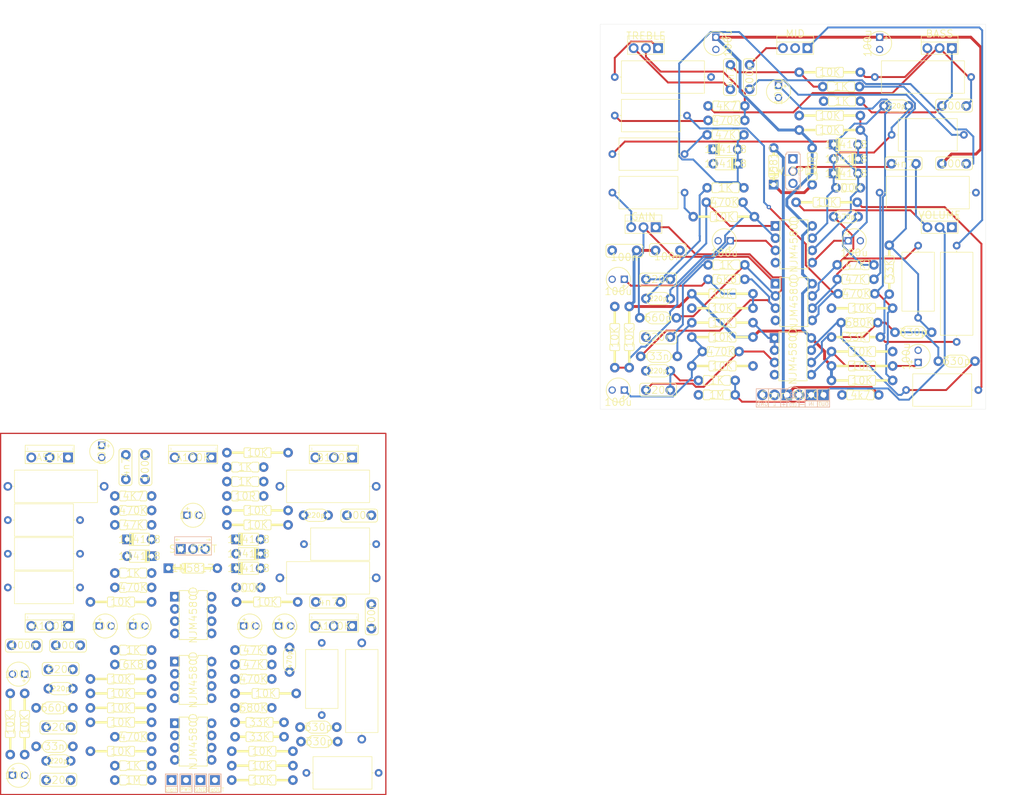
<source format=kicad_pcb>
(kicad_pcb (version 20241229) (generator "pcbnew") (generator_version "9.0")
  (layers (0 "F.Cu" signal "Front") (4 "In1.Cu" signal) (6 "In2.Cu" signal) (2 "B.Cu" signal "Back") (13 "F.Paste" user) (15 "B.Paste" user) (5 "F.SilkS" user "F.Silkscreen") (7 "B.SilkS" user "B.Silkscreen") (1 "F.Mask" user) (3 "B.Mask" user) (25 "Edge.Cuts" user))
  (net 0 "")
  (net 1 "GND")
  (net 2 "Net-(IC2-B-INPUT)")
  (net 3 "Net-(IC1-V+)")
  (net 4 "Net-(D4-K)")
  (net 5 "Net-(C9-Pad2)")
  (net 6 "Net-(D3-K)")
  (net 7 "Net-(C8-Pad1)")
  (net 8 "Net-(IC3-A-INPUT)")
  (net 9 "Net-(IC3-A_OUTPUT)")
  (net 10 "Net-(IC2-A-INPUT)")
  (net 11 "Net-(C6-Pad2)")
  (net 12 "Net-(C6-Pad1)")
  (net 13 "Net-(IC2-A_OUTPUT)")
  (net 14 "Net-(IC2-A+INPUT)")
  (net 15 "Net-(C4-Pad1)")
  (net 16 "Net-(C3-Pad2)")
  (net 17 "Net-(IC1-A+INPUT)")
  (net 18 "VREF_D")
  (net 19 "VREF_E")
  (net 20 "VREF_C")
  (net 21 "VREF_B")
  (net 22 "VREF_A")
  (net 23 "Net-(C25-Pad1)")
  (net 24 "Net-(D1-A)")
  (net 25 "Net-(D100-A)")
  (net 26 "Net-(D100-K)")
  (net 27 "VREF_F")
  (net 28 "Net-(D3-A)")
  (net 29 "Net-(J101-Pin_1)")
  (net 30 "Net-(J101-Pin_2)")
  (net 31 "Net-(R14-Pad2)")
  (net 32 "Net-(IC1-A-INPUT)")
  (net 33 "Net-(IC2-B_OUTPUT)")
  (net 34 "Net-(C17-Pad2)")
  (net 35 "Net-(IC2-B+INPUT)")
  (net 36 "Net-(C16-Pad1)")
  (net 37 "Net-(C15-Pad1)")
  (net 38 "Net-(C12-Pad1)")
  (net 39 "Net-(C12-Pad2)")
  (net 40 "Net-(C11-Pad2)")
  (net 41 "Net-(IC1-B-INPUT)")
  (net 42 "Net-(C20-Pad2)")
  (net 43 "Net-(C19-Pad1)")
  (net 44 "Net-(SW1-B)")
  (net 45 "Net-(C22-Pad1)")
  (net 46 "Net-(C24-Pad1)")
  (net 47 "Net-(IC1-B_OUTPUT)")
  (net 48 "Net-(C22-Pad2)")
  (net 49 "Net-(Bass101-Pad1)")
  (net 50 "Net-(Bass101-Pad2)")
  (net 51 "Net-(Bass101-Pad3)")
  (net 52 "Net-(C1-Pad1)")
  (net 54 "Net-(D6-A)")
  (net 55 "Net-(SigIN1-Pin_1)")
  (net 56 "Net-(SigOUT1-Pin_1)")
  (footprint "_MB_diodes:DO41-2" (layer "F.Cu") (at 105.46 134 180)
    (property "Reference" "D5" (hide yes))
    (property "Value" "1N4148")
  )
  (footprint "_MB_resistors:0.5%22" (layer "F.Cu") (at 204.19 64 180)
    (property "Reference" "R7" (hide yes))
    (property "Value" "10K")
  )
  (footprint "_MB_supply_pins:PAD3" (layer "F.Cu") (at 98.5 181)
    (property "Reference" "SigOUT1" (hide yes))
    (property "Value" "SigOUT")
  )
  (footprint "_MB_resistors:0.3%22.B" (layer "F.Cu") (at 81.54 154)
    (property "Reference" "R5" (hide yes))
    (property "Value" "1K")
  )
  (footprint "_MB_caps-film:5mm_1n-300n" (layer "F.Cu") (at 84 116 90)
    (property "Reference" "C20" (hide yes))
    (property "Value" "100n")
  )
  (footprint "_MB_resistors:0.5%22" (layer "F.Cu") (at 203.89 89)
    (property "Reference" "R102" (hide yes))
    (property "Value" "10K")
  )
  (footprint "_MB_resistors:0.3%22.B" (layer "F.Cu") (at 106.5 154)
    (property "Reference" "R19" (hide yes))
    (property "Value" "47K")
  )
  (footprint "Capacitor_THT:C_Axial_L12.0mm_D6.5mm_P15.00mm_Horizontal" (layer "F.Cu") (at 55.5 134)
    (property "Reference" "C9" (hide yes))
    (property "Value" "1u")
  )
  (footprint "_MB_caps-elec:0503" (layer "F.Cu") (at 82.73 149)
    (property "Reference" "C108" (hide yes))
    (property "Value" "100u")
  )
  (footprint "_MB_caps-elec:0503" (layer "F.Cu") (at 75 112.73 -90)
    (property "Reference" "C107" (hide yes))
    (property "Value" "100u")
  )
  (footprint "_MB_potentiometers:16MM_PADS.1" (layer "F.Cu") (at 249 66.19)
    (property "Reference" "VOLUME" (hide yes))
    (property "Value" "VOLUME")
  )
  (footprint "_MB_caps-film:7.62mm" (layer "F.Cu") (at 120.19 173 180)
    (property "Reference" "C23" (hide yes))
    (property "Value" "330p")
  )
  (footprint "_MB_caps-film:7.62mm" (layer "F.Cu") (at 243.54 88 180)
    (property "Reference" "C21" (hide yes))
    (property "Value" "330p")
  )
  (footprint "Capacitor_THT:C_Axial_L12.0mm_D6.5mm_P15.00mm_Horizontal" (layer "F.Cu") (at 70.5 141 180)
    (property "Reference" "C6" (hide yes))
    (property "Value" "1u")
  )
  (footprint "_MB_resistors:0.3%22.B" (layer "F.Cu") (at 231.73 80 180)
    (property "Reference" "R17" (hide yes))
    (property "Value" "470K")
  )
  (footprint "_MB_resistors:0.5%22" (layer "F.Cu") (at 226.19 43)
    (property "Reference" "R109" (hide yes))
    (property "Value" "10K")
  )
  (footprint "_MB_supply_pins:PAD3" (layer "F.Cu") (at 92.5 181)
    (property "Reference" "PWR+1" (hide yes))
    (property "Value" "PWR")
  )
  (footprint "Capacitor_THT:C_Axial_L17.0mm_D6.5mm_P20.00mm_Horizontal" (layer "F.Cu") (at 235.54 35)
    (property "Reference" "C13" (hide yes))
    (property "Value" "47n")
  )
  (footprint "_MB_resistors:0.3%22.B" (layer "F.Cu") (at 228.54 37 180)
    (property "Reference" "R12" (hide yes))
    (property "Value" "1K")
  )
  (footprint "Capacitor_THT:C_Axial_L17.0mm_D6.5mm_P20.00mm_Horizontal" (layer "F.Cu") (at 112 139)
    (property "Reference" "C17" (hide yes))
    (property "Value" "47n")
  )
  (footprint "_MB_resistors:0.4%22" (layer "F.Cu") (at 107.77 169 180)
    (property "Reference" "R21" (hide yes))
    (property "Value" "33K")
  )
  (footprint "_MB_caps-film:5mm_1n-300n" (layer "F.Cu") (at 122 144 180)
    (property "Reference" "C25" (hide yes))
    (property "Value" "4n7")
  )
  (footprint "_MB_integrated_circuits:DIP08" (layer "F.Cu") (at 94 160.19 -90)
    (property "Reference" "IC2" (hide yes))
    (property "Value" "NJM4580D")
  )
  (footprint "_MB_resistors:0.3%22.B" (layer "F.Cu") (at 81.54 157)
    (property "Reference" "R6" (hide yes))
    (property "Value" "6K8")
  )
  (footprint "_MB_caps-film:5mm_1n-300n" (layer "F.Cu") (at 66 170)
    (property "Reference" "C3" (hide yes))
    (property "Value" "220n")
  )
  (footprint "_MB_caps-film:7.62mm" (layer "F.Cu") (at 252.54 94)
    (property "Reference" "C23" (hide yes))
    (property "Value" "330p")
  )
  (footprint "_MB_resistors:0.3%22.B" (layer "F.Cu") (at 81.54 122)
    (property "Reference" "R14" (hide yes))
    (property "Value" "4K7")
  )
  (footprint "_MB_diodes:DO41-2" (layer "F.Cu") (at 105.46 137)
    (property "Reference" "D4" (hide yes))
    (property "Value" "1N4148")
  )
  (footprint "_MB_diodes:DO41-2" (layer "F.Cu") (at 82.81 134.5 180)
    (property "Reference" "D2" (hide yes))
    (property "Value" "1N4148")
  )
  (footprint "_MB_resistors:0.3%22.B" (layer "F.Cu") (at 106.5 157)
    (property "Reference" "R18" (hide yes))
    (property "Value" "47K")
  )
  (footprint "_MB_resistors:0.3%22.B" (layer "F.Cu") (at 204.73 74)
    (property "Reference" "R5" (hide yes))
    (property "Value" "1K")
  )
  (footprint "_MB_diodes:DO41-2" (layer "F.Cu") (at 229.54 55)
    (property "Reference" "D4" (hide yes))
    (property "Value" "1N4148")
  )
  (footprint "Capacitor_THT:C_Axial_L12.0mm_D6.5mm_P15.00mm_Horizontal" (layer "F.Cu") (at 117.5 179.5)
    (property "Reference" "C24" (hide yes))
    (property "Value" "1u")
  )
  (footprint "_MB_resistors:0.3%22.B" (layer "F.Cu") (at 106.5 166 180)
    (property "Reference" "R22" (hide yes))
    (property "Value" "680K")
  )
  (footprint "Capacitor_THT:C_Axial_L12.0mm_D6.5mm_P15.00mm_Horizontal" (layer "F.Cu") (at 257.04 100 180)
    (property "Reference" "C24" (hide yes))
    (property "Value" "1u")
  )
  (footprint "_MB_diodes:DO41-2" (layer "F.Cu") (at 105.46 131)
    (property "Reference" "D3" (hide yes))
    (property "Value" "1N4148")
  )
  (footprint "_MB_resistors:0.5%22" (layer "F.Cu") (at 56 169.35 -90)
    (property "Reference" "R107" (hide yes))
    (property "Value" "10K")
  )
  (footprint "_MB_caps-elec:0503" (layer "F.Cu") (at 202.54 28 -90)
    (property "Reference" "C100" (hide yes))
    (property "Value" "100u")
  )
  (footprint "_MB_potentiometers:16MM_PADS.2" (layer "F.Cu") (at 64.19 149)
    (property "Reference" "Gain101" (hide yes))
    (property "Value" "A100K")
  )
  (footprint "_MB_integrated_circuits:DIP08" (layer "F.Cu") (at 218.73 69.73 -90)
    (property "Reference" "IC3" (hide yes))
    (property "Value" "NJM4580D")
  )
  (footprint "_MB_resistors:0.3%22.B" (layer "F.Cu") (at 81.54 178)
    (property "Reference" "R2" (hide yes))
    (property "Value" "1K")
  )
  (footprint "_MB_integrated_circuits:DIP08" (layer "F.Cu") (at 218.54 93 -90)
    (property "Reference" "IC1" (hide yes))
    (property "Value" "NJM4580D")
  )
  (footprint "_MB_resistors:0.5%22" (layer "F.Cu") (at 232.89 95 180)
    (property "Reference" "R112" (hide yes))
    (property "Value" "10K")
  )
  (footprint "Capacitor_THT:C_Axial_L12.0mm_D6.5mm_P15.00mm_Horizontal" (layer "F.Cu") (at 181.54 43)
    (property "Reference" "C16" (hide yes))
    (property "Value" "1u")
  )
  (footprint "_MB_resistors:0.5%22" (layer "F.Cu") (at 59 169.35 -90)
    (property "Reference" "R106" (hide yes))
    (property "Value" "10K")
  )
  (footprint "_MB_resistors:0.3%22.B" (layer "F.Cu") (at 106.5 160)
    (property "Reference" "R17" (hide yes))
    (property "Value" "470K")
  )
  (footprint "_MB_diodes:DO35-3" (layer "F.Cu") (at 214.54 53.54 90)
    (property "Reference" "D100" (hide yes))
    (property "Value" "1N5817")
  )
  (footprint "_MB_caps-film:5mm_1n-300n" (layer "F.Cu") (at 209.54 35 90)
    (property "Reference" "C20" (hide yes))
    (property "Value" "100n")
  )
  (footprint "_MB_caps-film:5mm_1n-300n" (layer "F.Cu") (at 68 153)
    (property "Reference" "C102" (hide yes))
    (property "Value" "100n")
  )
  (footprint "_MB_resistors:0.3%22.B" (layer "F.Cu") (at 81.54 181)
    (property "Reference" "R1" (hide yes))
    (property "Value" "1M")
  )
  (footprint "_MB_resistors:0.5%22" (layer "F.Cu") (at 79 166 180)
    (property "Reference" "R4" (hide yes))
    (property "Value" "10K")
  )
  (footprint "_MB_resistors:0.3%22.B" (layer "F.Cu") (at 81.54 138 180)
    (property "Reference" "R9" (hide yes))
    (property "Value" "1K")
  )
  (footprint "Capacitor_THT:C_Axial_L17.0mm_D6.5mm_P20.00mm_Horizontal" (layer "F.Cu") (at 256.54 59 180)
    (property "Reference" "C17" (hide yes))
    (property "Value" "47n")
  )
  (footprint "_MB_resistors:0.5%22" (layer "F.Cu") (at 184.54 89 90)
    (property "Reference" "R106" (hide yes))
    (property "Value" "10K")
  )
  (footprint "_MB_diodes:DO35-4" (layer "F.Cu") (at 93.92 137)
    (property "Reference" "D100" (hide yes))
    (property "Value" "1N5817")
  )
  (footprint "Capacitor_THT:C_Axial_L12.0mm_D6.5mm_P15.00mm_Horizontal" (layer "F.Cu") (at 55.5 127)
    (property "Reference" "C16" (hide yes))
    (property "Value" "1u")
  )
  (footprint "_MB_resistors:0.3%22.B" (layer "F.Cu") (at 104.81 119 180)
    (property "Reference" "R16" (hide yes))
    (property "Value" "1K")
  )
  (footprint "_MB_potentiometers:16MM_PADS.1" (layer "F.Cu") (at 187.5 66.19)
    (property "Reference" "GAIN" (hide yes))
    (property "Value" "GAIN")
  )
  (footprint "_MB_caps-film:7.62mm" (layer "F.Cu") (at 65.19 174 180)
    (property "Reference" "C4" (hide yes))
    (property "Value" "33n")
  )
  (footprint "_MB_caps-film:5mm_10p-180n" (layer "F.Cu") (at 240 41)
    (property "Reference" "C10" (hide yes))
    (property "Value" "220p")
  )
  (footprint "_MB_resistors:0.5%22" (layer "F.Cu") (at 109.04 163 180)
    (property "Reference" "R111" (hide yes))
    (property "Value" "10K")
  )
  (footprint "_MB_resistors:0.3%22.B" (layer "F.Cu") (at 81.54 128)
    (property "Reference" "R10" (hide yes))
    (property "Value" "47K")
  )
  (footprint "_MB_caps-film:5mm_1n-300n" (layer "F.Cu") (at 183.54 71)
    (property "Reference" "C103" (hide yes))
    (property "Value" "100n")
  )
  (footprint "_MB_resistors:0.3%22.B" (layer "F.Cu") (at 104.81 116 180)
    (property "Reference" "R12" (hide yes))
    (property "Value" "1K")
  )
  (footprint "_MB_resistors:0.3%22.B" (layer "F.Cu") (at 202.73 101)
    (property "Reference" "R1" (hide yes))
    (property "Value" "1M")
  )
  (footprint "Capacitor_THT:C_Axial_L17.0mm_D6.5mm_P20.00mm_Horizontal" (layer "F.Cu") (at 55.5 120)
    (property "Reference" "C15" (hide yes))
    (property "Value" "47n")
  )
  (footprint "_MB_diodes:DO41-2" (layer "F.Cu") (at 204.54 50)
    (property "Reference" "D1" (hide yes))
    (property "Value" "1N4148")
  )
  (footprint "Capacitor_THT:C_Axial_L17.0mm_D6.5mm_P20.00mm_Horizontal" (layer "F.Cu") (at 252.54 90 90)
    (property "Reference" "C22" (hide yes))
    (property "Value" "47n")
  )
  (footprint "Capacitor_THT:C_Axial_L12.0mm_D6.5mm_P15.00mm_Horizontal" (layer "F.Cu") (at 120.69 167.5 90)
    (property "Reference" "C19" (hide yes))
    (property "Value" "1u")
  )
  (footprint "_MB_resistors:0.3%22.B" (layer "F.Cu") (at 81.54 172)
    (property "Reference" "R3" (hide yes))
    (property "Value" "470K")
  )
  (footprint "_MB_caps-film:7.62mm" (layer "F.Cu") (at 190.54 85)
    (property "Reference" "C5" (hide yes))
    (property "Value" "560p")
  )
  (footprint "_MB_caps-film:5mm_1n-300n" (layer "F.Cu") (at 241.54 53 180)
    (property "Reference" "C25" (hide yes))
    (property "Value" "4n7")
  )
  (footprint "Capacitor_THT:C_Axial_L17.0mm_D6.5mm_P20.00mm_Horizontal" (layer "F.Cu") (at 112 120)
    (property "Reference" "C13" (hide yes))
    (property "Value" "47n")
  )
  (footprint "_MB_caps-elec:0503" (layer "F.Cu") (at 75.73 149)
    (property "Reference" "C100" (hide yes))
    (property "Value" "100u")
  )
  (footprint "_MB_caps-film:5mm_1n-300n" (layer "F.Cu") (at 131 147 90)
    (property "Reference" "C104" (hide yes))
    (property "Value" "100n")
  )
  (footprint "_MB_resistors:0.5%22" (layer "F.Cu") (at 108.35 178)
    (property "Reference" "R112" (hide yes))
    (property "Value" "10K")
  )
  (footprint "_MB_caps-film:5mm_10p-180n" (layer "F.Cu") (at 190.54 81)
    (property "Reference" "C7" (hide yes))
    (property "Value" "220p")
  )
  (footprint "_MB_integrated_circuits:DIP08" (layer "F.Cu") (at 218.73 81.73 -90)
    (property "Reference" "IC2" (hide yes))
    (property "Value" "NJM4580D")
  )
  (footprint "Capacitor_THT:C_Axial_L12.0mm_D6.5mm_P15.00mm_Horizontal" (layer "F.Cu") (at 244.54 85 90)
    (property "Reference" "C19" (hide yes))
    (property "Value" "1u")
  )
  (footprint "_MB_resistors:0.5%22" (layer "F.Cu") (at 232.89 98 180)
    (property "Reference" "R110" (hide yes))
    (property "Value" "10K")
  )
  (footprint "_MB_resistors:0.2%22" (layer "F.Cu") (at 105.46 141)
    (property "Reference" "R11" (hide yes))
    (property "Value" "100K")
  )
  (footprint "Capacitor_THT:C_Axial_L17.0mm_D6.5mm_P20.00mm_Horizontal" (layer "F.Cu") (at 181.54 35)
    (property "Reference" "C15" (hide yes))
    (property "Value" "47n")
  )
  (footprint "_MB_caps-film:5mm_1n-300n" (layer "F.Cu") (at 58.8128 153)
    (property "Reference" "C103" (hide yes))
    (property "Value" "100n")
  )
  (footprint "_MB_resistors:0.5%22" (layer "F.Cu") (at 107.35 113)
    (property "Reference" "R13" (hide yes))
    (property "Value" "10K")
  )
  (footprint "_MB_resistors:0.5%22" (layer "F.Cu") (at 79 144 180)
    (property "Reference" "R7" (hide yes))
    (property "Value" "10K")
  )
  (footprint "_MB_resistors:0.5%22" (layer "F.Cu") (at 107.35 125)
    (property "Reference" "R108" (hide yes))
    (property "Value" "10K")
  )
  (footprint "_MB_caps-film:5mm_1n-300n" (layer "F.Cu") (at 66.46 158 180)
    (property "Reference" "C8" (hide yes))
    (property "Value" "220n")
  )
  (footprint "_MB_caps-film:5mm_10p-180n" (layer "F.Cu") (at 229.54 64)
    (property "Reference" "C18" (hide yes))
    (property "Value" "470p")
  )
  (footprint "_MB_resistors:0.5%22" (layer "F.Cu") (at 232.89 92 180)
    (property "Reference" "R113" (hide yes))
    (property "Value" "10K")
  )
  (footprint "_MB_supply_pins:PAD3" (layer "F.Cu") (at 95.5 181)
    (property "Reference" "GND1" (hide yes))
    (property "Value" "GND")
  )
  (footprint "_MB_potentiometers:16MM_PADS.1" (layer "F.Cu") (at 219 29)
    (property "Reference" "MID" (hide yes))
    (property "Value" "MID")
  )
  (footprint "_MB_diodes:DO41-2" (layer "F.Cu") (at 82.81 131)
    (property "Reference" "D1" (hide yes))
    (property "Value" "1N4148")
  )
  (footprint "_MB_caps-film:7.62mm" (layer "F.Cu") (at 190.73 93 180)
    (property "Reference" "C4" (hide yes))
    (property "Value" "33n")
  )
  (footprint "Capacitor_THT:C_Axial_L12.0mm_D6.5mm_P15.00mm_Horizontal" (layer "F.Cu") (at 181.04 51)
    (property "Reference" "C9" (hide yes))
    (property "Value" "1u")
  )
  (footprint "_MB_resistors:0.5%22" (layer "F.Cu") (at 79 160 180)
    (property "Reference" "R105" (hide yes))
    (property "Value" "10K")
  )
  (footprint "_MB_resistors:0.4%22" (layer "F.Cu") (at 231.62 89 180)
    (property "Reference" "R21" (hide yes))
    (property "Value" "33K")
  )
  (footprint "_MB_potentiometers:16MM_PADS.2" (layer "F.Cu") (at 123.19 114)
    (property "Reference" "Bass101" (hide yes))
    (property "Value" "B100k")
  )
  (footprint "_MB_resistors:0.5%22" (layer "F.Cu") (at 108.35 175 180)
    (property "Reference" "R113" (hide yes))
    (property "Value" "10K")
  )
  (footprint "_MB_resistors:0.3%22.B" (layer "F.Cu") (at 222.54 53.54 -90)
    (property "Reference" "R101" (hide yes))
    (property "Value" "10R")
  )
  (footprint "_MB_resistors:0.5%22" (layer "F.Cu") (at 181.54 89 -90)
    (property "Reference" "R107" (hide yes))
    (property "Value" "10K")
  )
  (footprint "_MB_resistors:0.3%22.B" (layer "F.Cu") (at 204.73 41)
    (property "Reference" "R14" (hide yes))
    (property "Value" "4K7")
  )
  (footprint "Capacitor_THT:C_Axial_L12.0mm_D6.5mm_P15.00mm_Horizontal" (layer "F.Cu") (at 117 132)
    (property "Reference" "C11" (hide yes))
    (property "Value" "1u")
  )
  (footprint "_MB_resistors:0.5%22" (layer "F.Cu") (at 203.89 95 180)
    (property "Reference" "R103" (hide yes))
    (property "Value" "10K")
  )
  (footprint "_MB_caps-elec:0503" (layer "F.Cu") (at 57.73 180)
    (property "Reference" "C105" (hide yes))
    (property "Value" "100u")
  )
  (footprint "_MB_caps-elec:0503" (layer "F.Cu") (at 93.96 126)
    (property "Reference" "C109" (hide yes))
    (property "Value" "100u")
  )
  (footprint "_MB_diodes:DO41-2" (layer "F.Cu") (at 229.54 49)
    (property "Reference" "D3" (hide yes))
    (property "Value" "1N4148")
  )
  (footprint "_MB_resistors:0.3%22.B" (layer "F.Cu") (at 203.54 92)
    (property "Reference" "R3" (hide yes))
    (property "Value" "470K")
  )
  (footprint "_MB_caps-film:5mm_1n-300n" (layer "F.Cu") (at 190.54 89)
    (property "Reference" "C3" (hide yes))
    (property "Value" "220n")
  )
  (footprint "_MB_potentiometers:16MM_PADS.2" (layer "F.Cu") (at 93.96 114)
    (property "Reference" "Mid101" (hide yes))
    (property "Value" "A100K")
  )
  (footprint "_MB_resistors:0.3%22.B" (layer "F.Cu") (at 231.54 74)
    (property "Reference" "R19" (hide yes))
    (property "Value" "47K")
  )
  (footprint "_MB_resistors:0.5%22" (layer "F.Cu") (at 203.89 86 180)
    (property "Reference" "R4" (hide yes))
    (property "Value" "10K")
  )
  (footprint "_MB_caps-elec:0503" (layer "F.Cu") (at 182.27 100 180)
    (property "Reference" "C105" (hide yes))
    (property "Value" "100u")
  )
  (footprint "_MB_resistors:0.3%22.B" (layer "F.Cu") (at 204.73 44)
    (property "Reference" "R15" (hide yes))
    (property "Value" "470K")
  )
  (footprint "_MB_potentiometers:16MM_PADS.1" (layer "F.Cu") (at 249 29)
    (property "Reference" "BASS" (hide yes))
    (property "Value" "BASS")
  )
  (footprint "_MB_resistors:0.3%22.B" (layer "F.Cu") (at 232.35 86 180)
    (property "Reference" "R22" (hide yes))
    (property "Value" "680K")
  )
  (footprint "_MB_resistors:0.3%22.B" (layer "F.Cu") (at 204.54 47)
    (property "Reference" "R10" (hide yes))
    (property "Value" "47K")
  )
  (footprint "_MB_resistors:0.5%22" (layer "F.Cu") (at 203.89 83)
    (property "Reference" "R104" (hide yes))
    (property "Value" "10K")
  )
  (footprint "_MB_supply_pins:PAD3" (layer "F.Cu") (at 89.5 181)
    (property "Reference" "SigIN1" (hide yes))
    (property "Value" "SigIN")
  )
  (footprint "_MB_resistors:0.5%22" (layer "F.Cu") (at 226.19 46 180)
    (property "Reference" "R108" (hide yes))
    (property "Value" "10K")
  )
  (footprint "_MB_caps-film:5mm_1n-300n" (layer "F.Cu") (at 66 181 180)
    (property "Reference" "C2" (hide yes))
    (property "Value" "220n")
  )
  (footprint "_MB_resistors:0.5%22" (layer "F.Cu") (at 225.54 61 180)
    (property "Reference" "R23" (hide yes))
    (property "Value" "10K")
  )
  (footprint "_MB_resistors:0.5%22" (layer "F.Cu") (at 79 169)
    (property "Reference" "R102" (hide yes))
    (property "Value" "10K")
  )
  (footprint "_MB_resistors:0.5%22" (layer "F.Cu") (at 109.35 144)
    (property "Reference" "R23" (hide yes))
    (property "Value" "10K")
  )
  (footprint "_MB_resistors:0.5%22" (layer "F.Cu") (at 79 163)
    (property "Reference" "R104" (hide yes))
    (property "Value" "10K")
  )
  (footprint "_MB_resistors:0.5%22" (layer "F.Cu") (at 203.89 80 180)
    (property "Reference" "R105" (hide yes))
    (property "Value" "10K")
  )
  (footprint "_MB_caps-film:5mm_10p-180n" (layer "F.Cu") (at 119.46 126)
    (property "Reference" "C10" (hide yes))
    (property "Value" "220p")
  )
  (footprint "_MB_resistors:0.3%22.B" (layer "F.Cu") (at 204.73 77 180)
    (property "Reference" "R6" (hide yes))
    (property "Value" "6K8")
  )
  (footprint "_MB_resistors:0.3%22.B" (layer "F.Cu") (at 231.54 77)
    (property "Reference" "R18" (hide yes))
    (property "Value" "47K")
  )
  (footprint "_MB_caps-elec:0503" (layer "F.Cu") (at 182.27 77 180)
    (property "Reference" "C106" (hide yes))
    (property "Value" "100u")
  )
  (footprint "_MB_potentiometers:16MM_PADS.2" (layer "F.Cu") (at 123.19 149)
    (property "Reference" "Volume101" (hide yes))
    (property "Value" "A100K")
  )
  (footprint "_MB_caps-film:7.62mm" (layer "F.Cu") (at 120 170 180)
    (property "Reference" "C21" (hide yes))
    (property "Value" "330p")
  )
  (footprint "_MB_caps-elec:0503" (layer "F.Cu") (at 231.27 69)
    (property "Reference" "C108" (hide yes))
    (property "Value" "100u")
  )
  (footprint "_MB_resistors:0.4%22" (layer "F.Cu") (at 238.54 75 -90)
    (property "Reference" "R20" (hide yes))
    (property "Value" "33K")
  )
  (footprint "_MB_potentiometers:16MM_PADS.1" (layer "F.Cu") (at 188 29)
    (property "Reference" "TREBLE" (hide yes))
    (property "Value" "TREBLE")
  )
  (footprint "_MB_integrated_circuits:DIP08" (layer "F.Cu") (at 94 146.73 -90)
    (property "Reference" "IC3" (hide yes))
    (property "Value" "NJM4580D")
  )
  (footprint "_MB_caps-elec:0503" (layer "F.Cu") (at 57.73 159 180)
    (property "Reference" "C101" (hide yes))
    (property "Value" "100u")
  )
  (footprint "_MB_resistors:0.3%22.B" (layer "F.Cu") (at 228.73 40 180)
    (property "Reference" "R16" (hide yes))
    (property "Value" "1K")
  )
  (footprint "_MB_caps-elec:0503" (layer "F.Cu") (at 204.27 69 180)
    (property "Reference" "C107" (hide yes))
    (property "Value" "100u")
  )
  (footprint "_MB_resistors:0.3%22.B" (layer "F.Cu") (at 232.54 101)
    (property "Reference" "R100" (hide yes))
    (property "Value" "4k7")
  )
  (footprint "_MB_caps-film:5mm_1n-300n" (layer "F.Cu") (at 80 116 -90)
    (property "Reference" "C12" (hide yes))
    (property "Value" "4n7")
  )
  (footprint "_MB_caps-film:5mm_10p-180n" (layer "F.Cu") (at 114 156 90)
    (property "Reference" "C18" (hide yes))
    (property "Value" "470p")
  )
  (footprint "_MB_resistors:0.5%22" (layer "F.Cu") (at 226.19 34)
    (property "Reference" "R13" (hide yes))
    (property "Value" "10K")
  )
  (footprint "_MB_resistors:0.5%22" (layer "F.Cu") (at 79 175 180)
    (property "Reference" "R103" (hide yes))
    (property "Value" "10K")
  )
  (footprint "Capacitor_THT:C_Axial_L17.0mm_D6.5mm_P20.00mm_Horizontal" (layer "F.Cu") (at 129 172.5 90)
    (property "Reference" "C22" (hide yes))
    (property "Value" "47n")
  )
  (footprint "_MB_integrated_circuits:DIP08" (layer "F.Cu") (at 94 173 -90)
    (property "Reference" "IC1" (hide yes))
    (property "Value" "NJM4580D")
  )
  (footprint "_MB_resistors:0.3%22.B" (layer "F.Cu") (at 202.73 98)
    (property "Reference" "R2" (hide yes))
    (property "Value" "1K")
  )
  (footprint "_MB_resistors:0.5%22" (layer "F.Cu") (at 108.35 181)
    (property "Reference" "R110" (hide yes))
    (property "Value" "10K")
  )
  (footprint "_MB_resistors:0.4%22" (layer "F.Cu") (at 107.77 172)
    (property "Reference" "R20" (hide yes))
    (property "Value" "33K")
  )
  (footprint "_MB_caps-elec:0503" (layer "F.Cu") (at 244.54 93 90)
    (property "Reference" "C110" (hide yes))
    (property "Value" "100u")
  )
  (footprint "_MB_diodes:DO41-2" (layer "F.Cu") (at 204.54 53 180)
    (property "Reference" "D2" (hide yes))
    (property "Value" "1N4148")
  )
  (footprint "_MB_caps-film:5mm_10p-180n" (layer "F.Cu") (at 190.54 96 180)
    (property "Reference" "C1" (hide yes))
    (property "Value" "220p")
  )
  (footprint "_MB_caps-film:5mm_1n-300n" (layer "F.Cu") (at 252 53 180)
    (property "Reference" "C104" (hide yes))
    (property "Value" "100n")
  )
  (footprint "_MB_resistors:0.3%22.B" (layer "F.Cu") (at 104.81 122 180)
    (property "Reference" "R101" (hide yes))
    (property "Value" "10R")
  )
  (footprint "_MB_caps-film:5mm_1n-300n" (layer "F.Cu") (at 190.54 77)
    (property "Reference" "C8" (hide yes))
    (property "Value" "220n")
  )
  (footprint "_MB_resistors:0.3%22.B" (layer "F.Cu") (at 204.54 58 180)
    (property "Reference" "R9" (hide yes))
    (property "Value" "1K")
  )
  (footprint "Capacitor_THT:C_Axial_L12.0mm_D6.5mm_P15.00mm_Horizontal" (layer "F.Cu") (at 239.04 47)
    (property "Reference" "C11" (hide yes))
    (property "Value" "1u")
  )
  (footprint "_MB_potentiometers:16MM_PADS.2" (layer "F.Cu") (at 64.19 114)
    (property "Reference" "Treble101" (hide yes))
    (property "Value" "A50K")
  )
  (footprint "_MB_caps-film:5mm_1n-300n" (layer "F.Cu") (at 252 41 180)
    (property "Reference" "C14" (hide yes))
    (property "Value" "100n")
  )
  (footprint "_MB_resistors:0.3%22.B" (layer "F.Cu") (at 81.54 141)
    (property "Reference" "R8" (hide yes))
    (property "Value" "470K")
  )
  (footprint "_MB_caps-film:7.62mm" (layer "F.Cu") (at 65.19 166)
    (property "Reference" "C5" (hide yes))
    (property "Value" "560p")
  )
  (footprint "_MB_caps-elec:0503" (layer "F.Cu") (at 113 149)
    (property "Reference" "C110" (hide yes))
    (property "Value" "100u")
  )
  (footprint "_MB_resistors:0.5%22" (layer "F.Cu") (at 232.89 83)
    (property "Reference" "R111" (hide yes))
    (property "Value" "10K")
  )
  (footprint "_MB_caps-film:5mm_10p-180n" (layer "F.Cu") (at 66.46 162)
    (property "Reference" "C7" (hide yes))
    (property "Value" "220p")
  )
  (footprint "_MB_caps-elec:0503" (layer "F.Cu") (at 105.73 149)
    (property "Reference" "C106" (hide yes))
    (property "Value" "100u")
  )
  (footprint "_MB_supply_pins:IO.2" (layer "F.Cu") (at 218.54 101)
    (property "Reference" "J101" (hide yes))
    (property "Value" "Conn_01x04")
  )
  (footprint "_MB_caps-elec:0503" (layer "F.Cu") (at 215.54 38 -90)
    (property "Reference" "C109" (hide yes))
    (property "Value" "100u")
  )
  (footprint "_MB_caps-film:5mm_1n-300n" (layer "F.Cu") (at 205.54 35 -90)
    (property "Reference" "C12" (hide yes))
    (property "Value" "4n7")
  )
  (footprint "_MB_diodes:DO41-2" (layer "F.Cu") (at 229.54 52 180)
    (property "Reference" "D5" (hide yes))
    (property "Value" "1N4148")
  )
  (footprint "_MB_resistors:0.3%22.B" (layer "F.Cu") (at 204.35 61)
    (property "Reference" "R8" (hide yes))
    (property "Value" "470K")
  )
  (footprint "_MB_switches:SPDT.WIRE" (layer "F.Cu") (at 93.96 133)
    (property "Reference" "wireSW1" (hide yes))
    (property "Value" "SW_SPDT")
  )
  (footprint "_MB_caps-film:5mm_1n-300n" (layer "F.Cu") (at 192.54 71 180)
    (property "Reference" "C102" (hide yes))
    (property "Value" "100n")
  )
  (footprint "Capacitor_THT:C_Axial_L12.0mm_D6.5mm_P15.00mm_Horizontal" (layer "F.Cu") (at 196.04 59 180)
    (property "Reference" "C6" (hide yes))
    (property "Value" "1u")
  )
  (footprint "_MB_caps-film:5mm_1n-300n" (layer "F.Cu") (at 128.46 126)
    (property "Reference" "C14" (hide yes))
    (property "Value" "100n")
  )
  (footprint "_MB_caps-film:5mm_10p-180n" (layer "F.Cu") (at 66 177 180)
    (property "Reference" "C1" (hide yes))
    (property "Value" "220p")
  )
  (footprint "_MB_caps-film:5mm_1n-300n" (layer "F.Cu") (at 190.54 100 180)
    (property "Reference" "C2" (hide yes))
    (property "Value" "220n")
  )
  (footprint "_MB_resistors:0.3%22.B" (layer "F.Cu") (at 81.54 125)
    (property "Reference" "R15" (hide yes))
    (property "Value" "470K")
  )
  (footprint "_MB_resistors:0.2%22" (layer "F.Cu") (at 230 58 180)
    (property "Reference" "R11" (hide yes))
    (property "Value" "100K")
  )
  (footprint "_MB_switches:SPDT.MINI" (layer "F.Cu") (at 218.54 54.54)
    (property "Reference" "SW1" (hide yes))
    (property "Value" "SW_SPDT")
  )
  (footprint "_MB_caps-elec:0503" (layer "F.Cu") (at 236.54 28 -90)
    (property "Reference" "C101" (hide yes))
    (property "Value" "100u")
  )
  (footprint "_MB_resistors:0.5%22" (layer "F.Cu") (at 107.35 128 180)
    (property "Reference" "R109" (hide yes))
    (property "Value" "10K")
  )
  (gr_rect (start 54 109) (end 134 184) (stroke (width 0.254)) (fill no) (layer "F.Cu") (net 3))
  (gr_rect (start 178.54 24) (end 258.54 104) (stroke (width 0.0381)) (fill no) (layer "Edge.Cuts"))
  (segment (start 227.73 75.905) (end 230.435 73.2) (width 0.4) (layer "F.Cu") (net 2))
  (segment (start 230.435 73.2) (end 234.55 73.2) (width 0.4) (layer "F.Cu") (net 2))
  (segment (start 234.55 73.2) (end 235.35 74) (width 0.4) (layer "F.Cu") (net 2))
  (segment (start 227.73 77) (end 227.73 75.905) (width 0.4) (layer "F.Cu") (net 2))
  (segment (start 228.918 70.082) (end 232.836 74) (width 0.4) (layer "B.Cu") (net 2))
  (segment (start 222.54 83) (end 227.73 77.81) (width 0.4) (layer "B.Cu") (net 2))
  (segment (start 228.918 67.162) (end 228.918 70.082) (width 0.4) (layer "B.Cu") (net 2))
  (segment (start 232.08 64) (end 228.918 67.162) (width 0.4) (layer "B.Cu") (net 2))
  (segment (start 227.73 77.81) (end 227.73 77) (width 0.4) (layer "B.Cu") (net 2))
  (segment (start 232.836 74) (end 235.35 74) (width 0.4) (layer "B.Cu") (net 2))
  (segment (start 225.112 93.572) (end 226.54 95) (width 0.6) (layer "F.Cu") (net 3))
  (segment (start 202.54 26.73) (end 236.54 26.73) (width 0.6) (layer "F.Cu") (net 3))
  (segment (start 251.46 51) (end 249.46 53) (width 0.6) (layer "F.Cu") (net 3))
  (segment (start 210.24 89) (end 211.478 87.762) (width 0.6) (layer "F.Cu") (net 3))
  (segment (start 257.54 28.801) (end 257.54 50) (width 0.6) (layer "F.Cu") (net 3))
  (segment (start 236.54 26.73) (end 255.469 26.73) (width 0.6) (layer "F.Cu") (net 3))
  (segment (start 222.35 89.19) (end 225.112 91.952) (width 0.6) (layer "F.Cu") (net 3))
  (segment (start 184.54 82.65) (end 194.89 82.65) (width 0.6) (layer "F.Cu") (net 3))
  (segment (start 225.112 91.952) (end 225.112 93.572) (width 0.6) (layer "F.Cu") (net 3))
  (segment (start 194.89 82.65) (end 197.54 80) (width 0.6) (layer "F.Cu") (net 3))
  (segment (start 190 71) (end 186.08 71) (width 0.6) (layer "F.Cu") (net 3))
  (segment (start 255.469 26.73) (end 257.54 28.801) (width 0.6) (layer "F.Cu") (net 3))
  (segment (start 220.922 87.762) (end 222.35 89.19) (width 0.6) (layer "F.Cu") (net 3))
  (segment (start 257.54 50) (end 256.54 51) (width 0.6) (layer "F.Cu") (net 3))
  (segment (start 256.54 51) (end 251.46 51) (width 0.6) (layer "F.Cu") (net 3))
  (segment (start 211.478 87.762) (end 220.922 87.762) (width 0.6) (layer "F.Cu") (net 3))
  (segment (start 197.54 80) (end 206.54 89) (width 0.6) (layer "B.Cu") (net 3))
  (segment (start 220.54 67.92) (end 220.54 75.92) (width 0.6) (layer "B.Cu") (net 3))
  (segment (start 220.54 87.38) (end 222.35 89.19) (width 0.6) (layer "B.Cu") (net 3))
  (segment (start 184.54 82.440503) (end 184.54 82.65) (width 0.6) (layer "B.Cu") (net 3))
  (segment (start 222.54 49.73) (end 222.54 55.050283) (width 0.6) (layer "B.Cu") (net 3))
  (segment (start 226.54 98) (end 226.54 95) (width 0.6) (layer "B.Cu") (net 3))
  (segment (start 185.54 81.65) (end 184.54 82.65) (width 0.6) (layer "B.Cu") (net 3))
  (segment (start 215.559497 46) (end 207.559497 38) (width 0.6) (layer "B.Cu") (net 3))
  (segment (start 185.54 71.54) (end 185.54 81.65) (width 0.6) (layer "B.Cu") (net 3))
  (segment (start 222.54 48.7) (end 219.84 46) (width 0.6) (layer "B.Cu") (net 3))
  (segment (start 217.268 60.322284) (end 217.268 61.728) (width 0.6) (layer "B.Cu") (net 3))
  (segment (start 222.54 65.92) (end 220.54 67.92) (width 0.6) (layer "B.Cu") (net 3))
  (segment (start 220.54 79.92) (end 220.54 87.38) (width 0.6) (layer "B.Cu") (net 3))
  (segment (start 206.54 89) (end 210.24 89) (width 0.6) (layer "B.Cu") (net 3))
  (segment (start 207.559497 31.749497) (end 202.54 26.73) (width 0.6) (layer "B.Cu") (net 3))
  (segment (start 221.46 65.92) (end 222.54 65.92) (width 0.6) (layer "B.Cu") (net 3))
  (segment (start 217.268 61.728) (end 221.46 65.92) (width 0.6) (layer "B.Cu") (net 3))
  (segment (start 222.54 77.92) (end 220.54 79.92) (width 0.6) (layer "B.Cu") (net 3))
  (segment (start 219.84 46) (end 215.559497 46) (width 0.6) (layer "B.Cu") (net 3))
  (segment (start 186.08 71) (end 185.54 71.54) (width 0.6) (layer "B.Cu") (net 3))
  (segment (start 220.54 75.92) (end 222.54 77.92) (width 0.6) (layer "B.Cu") (net 3))
  (segment (start 197.54 80) (end 197.112 79.572) (width 0.6) (layer "B.Cu") (net 3))
  (segment (start 207.559497 38) (end 207.559497 31.749497) (width 0.6) (layer "B.Cu") (net 3))
  (segment (start 222.54 49.73) (end 222.54 48.7) (width 0.6) (layer "B.Cu") (net 3))
  (segment (start 222.54 55.050283) (end 217.268 60.322284) (width 0.6) (layer "B.Cu") (net 3))
  (segment (start 235.368 50.672) (end 239.04 47) (width 0.4) (layer "F.Cu") (net 4))
  (segment (start 227 52) (end 228.328 50.672) (width 0.4) (layer "F.Cu") (net 4))
  (segment (start 228.328 50.672) (end 235.368 50.672) (width 0.4) (layer "F.Cu") (net 4))
  (segment (start 227 57.54) (end 227.46 58) (width 0.4) (layer "B.Cu") (net 4))
  (segment (start 222.54 68.46) (end 225.672 65.328) (width 0.4) (layer "B.Cu") (net 4))
  (segment (start 239.04 45.5) (end 242.54 42) (width 0.4) (layer "B.Cu") (net 4))
  (segment (start 225.672 65.328) (end 225.672 59.788) (width 0.4) (layer "B.Cu") (net 4))
  (segment (start 242.54 42) (end 242.54 41) (width 0.4) (layer "B.Cu") (net 4))
  (segment (start 225.672 59.788) (end 227.46 58) (width 0.4) (layer "B.Cu") (net 4))
  (segment (start 227 55) (end 227 57.54) (width 0.4) (layer "B.Cu") (net 4))
  (segment (start 227 52) (end 227 55) (width 0.4) (layer "B.Cu") (net 4))
  (segment (start 239.04 47) (end 239.04 45.5) (width 0.4) (layer "B.Cu") (net 4))
  (segment (start 196.04 51) (end 200.04 47) (width 0.4) (layer "B.Cu") (net 5))
  (segment (start 200.04 47) (end 200.73 47) (width 0.4) (layer "B.Cu") (net 5))
  (segment (start 226.402 48.402) (end 227 49) (width 0.4) (layer "F.Cu") (net 6))
  (segment (start 183.638 48.402) (end 226.402 48.402) (width 0.4) (layer "F.Cu") (net 6))
  (segment (start 181.04 51) (end 183.638 48.402) (width 0.4) (layer "F.Cu") (net 6))
  (segment (start 231.328 44.672) (end 233.788 44.672) (width 0.4) (layer "B.Cu") (net 6))
  (segment (start 227 49) (end 231.328 44.672) (width 0.4) (layer "B.Cu") (net 6))
  (segment (start 227 49.92) (end 232.08 55) (width 0.4) (layer "B.Cu") (net 6))
  (segment (start 230.562 59.978) (end 232.54 58) (width 0.4) (layer "B.Cu") (net 6))
  (segment (start 232.08 57.54) (end 232.54 58) (width 0.4) (layer "B.Cu") (net 6))
  (segment (start 227 49) (end 227 49.92) (width 0.4) (layer "B.Cu") (net 6))
  (segment (start 230.562 62.978) (end 230.562 59.978) (width 0.4) (layer "B.Cu") (net 6))
  (segment (start 233.788 44.672) (end 237.46 41) (width 0.4) (layer "B.Cu") (net 6))
  (segment (start 222.54 71) (end 230.562 62.978) (width 0.4) (layer "B.Cu") (net 6))
  (segment (start 232.08 55) (end 232.08 57.54) (width 0.4) (layer "B.Cu") (net 6))
  (segment (start 191.752 76.449924) (end 199.201924 69) (width 0.4) (layer "B.Cu") (net 7))
  (segment (start 188 77) (end 191.253296 77) (width 0.4) (layer "B.Cu") (net 7))
  (segment (start 199.168 67.966076) (end 199.168 59.562) (width 0.4) (layer "B.Cu") (net 7))
  (segment (start 199.201924 69) (end 199.201924 68) (width 0.4) (layer "B.Cu") (net 7))
  (segment (start 199.168 59.562) (end 200.73 58) (width 0.4) (layer "B.Cu") (net 7))
  (segment (start 191.253296 77) (end 191.752 76.501295) (width 0.4) (layer "B.Cu") (net 7))
  (segment (start 191.752 76.501295) (end 191.752 76.449924) (width 0.4) (layer "B.Cu") (net 7))
  (segment (start 199.201924 68) (end 199.168 67.966076) (width 0.4) (layer "B.Cu") (net 7))
  (segment (start 204.458 69.335296) (end 201.649296 72.144) (width 0.4) (layer "B.Cu") (net 8))
  (segment (start 210.54 64) (end 208.16 61.62) (width 0.4) (layer "B.Cu") (net 8))
  (segment (start 210.54 64.08) (end 214.92 68.46) (width 0.4) (layer "B.Cu") (net 8))
  (segment (start 204.458 67.918) (end 204.458 69.335296) (width 0.4) (layer "B.Cu") (net 8))
  (segment (start 210.54 64) (end 210.54 64.08) (width 0.4) (layer "B.Cu") (net 8))
  (segment (start 208.16 61.62) (end 208.16 61) (width 0.4) (layer "B.Cu") (net 8))
  (segment (start 201.649296 72.144) (end 200.151219 72.144) (width 0.4) (layer "B.Cu") (net 8))
  (segment (start 200.151219 72.144) (end 193.08 79.215219) (width 0.4) (layer "B.Cu") (net 8))
  (segment (start 193.08 79.215219) (end 193.08 81) (width 0.4) (layer "B.Cu") (net 8))
  (segment (start 210.54 64) (end 208.376 64) (width 0.4) (layer "B.Cu") (net 8))
  (segment (start 208.376 64) (end 204.458 67.918) (width 0.4) (layer "B.Cu") (net 8))
  (segment (start 205.46 65.92) (end 200.54 61) (width 0.4) (layer "F.Cu") (net 9))
  (segment (start 214.92 65.92) (end 205.46 65.92) (width 0.4) (layer "F.Cu") (net 9))
  (segment (start 200.54 69.54) (end 200.54 61) (width 0.4) (layer "B.Cu") (net 9))
  (segment (start 192 77) (end 193.08 77) (width 0.4) (layer "B.Cu") (net 9))
  (segment (start 193.08 77) (end 200.54 69.54) (width 0.4) (layer "B.Cu") (net 9))
  (segment (start 188 81) (end 192 77) (width 0.4) (layer "B.Cu") (net 9))
  (segment (start 194.35 85) (end 194.678 84.672) (width 0.4) (layer "F.Cu") (net 10))
  (segment (start 216.248 76.592) (end 216.248 79.248) (width 0.4) (layer "F.Cu") (net 10))
  (segment (start 194.678 84.672) (end 197.868 84.672) (width 0.4) (layer "F.Cu") (net 10))
  (segment (start 209.546705 71.8) (end 214.338704 76.592) (width 0.4) (layer "F.Cu") (net 10))
  (segment (start 216.248 79.248) (end 216.132 79.248) (width 0.4) (layer "F.Cu") (net 10))
  (segment (start 216.132 79.248) (end 214.92 80.46) (width 0.4) (layer "F.Cu") (net 10))
  (segment (start 198.34 71.8) (end 209.546705 71.8) (width 0.4) (layer "F.Cu") (net 10))
  (segment (start 214.338704 76.592) (end 216.248 76.592) (width 0.4) (layer "F.Cu") (net 10))
  (segment (start 190.04 66.19) (end 192.73 66.19) (width 0.4) (layer "F.Cu") (net 10))
  (segment (start 197.868 84.672) (end 208.54 74) (width 0.4) (layer "F.Cu") (net 10))
  (segment (start 192.73 66.19) (end 198.34 71.8) (width 0.4) (layer "F.Cu") (net 10))
  (segment (start 208.54 74) (end 208.54 74.08) (width 0.4) (layer "B.Cu") (net 10))
  (segment (start 208.54 74.08) (end 214.92 80.46) (width 0.4) (layer "B.Cu") (net 10))
  (segment (start 184.96 66.19) (end 184.96 62.92) (width 0.4) (layer "B.Cu") (net 11))
  (segment (start 184.96 62.92) (end 181.04 59) (width 0.4) (layer "B.Cu") (net 11))
  (segment (start 196.04 62.2) (end 196.04 59) (width 0.4) (layer "B.Cu") (net 12))
  (segment (start 197.84 64) (end 196.04 62.2) (width 0.4) (layer "B.Cu") (net 12))
  (segment (start 209.328 72.328) (end 193.638 72.328) (width 0.4) (layer "F.Cu") (net 13))
  (segment (start 214.92 77.92) (end 209.328 72.328) (width 0.4) (layer "F.Cu") (net 13))
  (segment (start 193.638 72.328) (end 187.5 66.19) (width 0.4) (layer "F.Cu") (net 13))
  (segment (start 187.408 70.470076) (end 187.5 70.378076) (width 0.4) (layer "B.Cu") (net 13))
  (segment (start 186.54 72.328) (end 186.630076 72.328) (width 0.4) (layer "B.Cu") (net 13))
  (segment (start 186.630076 72.328) (end 187.408 71.550076) (width 0.4) (layer "B.Cu") (net 13))
  (segment (start 187.408 71.550076) (end 187.408 70.470076) (width 0.4) (layer "B.Cu") (net 13))
  (segment (start 187.5 70.378076) (end 187.5 66.19) (width 0.4) (layer "B.Cu") (net 13))
  (segment (start 186.54 84.81) (end 186.54 72.328) (width 0.4) (layer "B.Cu") (net 13))
  (segment (start 186.73 85) (end 186.54 84.81) (width 0.4) (layer "B.Cu") (net 13))
  (segment (start 186.92 93) (end 192.248 87.672) (width 0.4) (layer "F.Cu") (net 14))
  (segment (start 213.248 81.328) (end 214.92 83) (width 0.4) (layer "F.Cu") (net 14))
  (segment (start 203.345924 87.672) (end 209.689924 81.328) (width 0.4) (layer "F.Cu") (net 14))
  (segment (start 192.248 87.672) (end 203.345924 87.672) (width 0.4) (layer "F.Cu") (net 14))
  (segment (start 209.689924 81.328) (end 213.248 81.328) (width 0.4) (layer "F.Cu") (net 14))
  (segment (start 213.592 80.637787) (end 213.592 81.672) (width 0.4) (layer "B.Cu") (net 14))
  (segment (start 208.54 77) (end 209.954213 77) (width 0.4) (layer "B.Cu") (net 14))
  (segment (start 209.954213 77) (end 213.592 80.637787) (width 0.4) (layer "B.Cu") (net 14))
  (segment (start 213.592 81.672) (end 214.92 83) (width 0.4) (layer "B.Cu") (net 14))
  (segment (start 194.54 93) (end 194.54 89) (width 0.4) (layer "B.Cu") (net 15))
  (segment (start 194.54 89) (end 197.54 86) (width 0.4) (layer "B.Cu") (net 15))
  (segment (start 195.678 86.402) (end 195.678 78.110628) (width 0.4) (layer "B.Cu") (net 16))
  (segment (start 199.788628 74) (end 200.92 74) (width 0.4) (layer "B.Cu") (net 16))
  (segment (start 195.678 78.110628) (end 199.788628 74) (width 0.4) (layer "B.Cu") (net 16))
  (segment (start 193.08 89) (end 195.678 86.402) (width 0.4) (layer "B.Cu") (net 16))
  (segment (start 197.713924 98.672) (end 198.369924 99.328) (width 0.4) (layer "F.Cu") (net 17))
  (segment (start 207.35 92) (end 212.46 92) (width 0.4) (layer "F.Cu") (net 17))
  (segment (start 200.022 99.328) (end 207.35 92) (width 0.4) (layer "F.Cu") (net 17))
  (segment (start 198.369924 99.328) (end 200.022 99.328) (width 0.4) (layer "F.Cu") (net 17))
  (segment (start 189.328 98.672) (end 197.713924 98.672) (width 0.4) (layer "F.Cu") (net 17))
  (segment (start 188 100) (end 189.328 98.672) (width 0.4) (layer "F.Cu") (net 17))
  (segment (start 212.46 92) (end 214.73 94.27) (width 0.4) (layer "F.Cu") (net 17))
  (segment (start 227.08 69) (end 230 69) (width 0.4) (layer "F.Cu") (net 18))
  (segment (start 232.54 43) (end 232.54 46) (width 0.4) (layer "F.Cu") (net 18))
  (segment (start 222.54 73.54) (end 227.08 69) (width 0.4) (layer "F.Cu") (net 18))
  (segment (start 233.868 47.328) (end 232.54 46) (width 0.4) (layer "B.Cu") (net 18))
  (segment (start 233.868 65.132) (end 233.868 47.328) (width 0.4) (layer "B.Cu") (net 18))
  (segment (start 230 69) (end 233.868 65.132) (width 0.4) (layer "B.Cu") (net 18))
  (segment (start 235.54 80) (end 236.24 80) (width 0.4) (layer "F.Cu") (net 19))
  (segment (start 236.24 80) (end 239.24 83) (width 0.4) (layer "F.Cu") (net 19))
  (segment (start 237.668 59.467233) (end 237.212 59.923233) (width 0.4) (layer "B.Cu") (net 19))
  (segment (start 238.010076 39.672) (end 238.788 40.449924) (width 0.4) (layer "B.Cu") (net 19))
  (segment (start 238.24 84) (end 238.24 90.3) (width 0.4) (layer "B.Cu") (net 19))
  (segment (start 236.909924 39.672) (end 238.010076 39.672) (width 0.4) (layer "B.Cu") (net 19))
  (segment (start 238.24 90.3) (end 237.912 90.628) (width 0.4) (layer "B.Cu") (net 19))
  (segment (start 235.031848 41.550076) (end 236.909924 39.672) (width 0.4) (layer "B.Cu") (net 19))
  (segment (start 237.212 59.923233) (end 237.212 78.328) (width 0.4) (layer "B.Cu") (net 19))
  (segment (start 220.360076 41.550076) (end 235.031848 41.550076) (width 0.4) (layer "B.Cu") (net 19))
  (segment (start 237.212 78.328) (end 235.54 80) (width 0.4) (layer "B.Cu") (net 19))
  (segment (start 238.788 40.449924) (end 238.788 41.550076) (width 0.4) (layer "B.Cu") (net 19))
  (segment (start 237.912 96.672) (end 239.24 98) (width 0.4) (layer "B.Cu") (net 19))
  (segment (start 237.668 42.670076) (end 237.668 59.467233) (width 0.4) (layer "B.Cu") (net 19))
  (segment (start 215.54 36.73) (end 220.360076 41.550076) (width 0.4) (layer "B.Cu") (net 19))
  (segment (start 239.24 83) (end 238.24 84) (width 0.4) (layer "B.Cu") (net 19))
  (segment (start 238.788 41.550076) (end 237.668 42.670076) (width 0.4) (layer "B.Cu") (net 19))
  (segment (start 237.912 90.628) (end 237.912 96.672) (width 0.4) (layer "B.Cu") (net 19))
  (segment (start 184.54 95.35) (end 181.54 95.35) (width 0.4) (layer "F.Cu") (net 20))
  (segment (start 205.54 69) (end 212.92 69) (width 0.4) (layer "F.Cu") (net 20))
  (segment (start 212.92 69) (end 214.92 71) (width 0.4) (layer "F.Cu") (net 20))
  (segment (start 194.54 78.501924) (end 200.369924 72.672) (width 0.4) (layer "B.Cu") (net 20))
  (segment (start 187.041924 91) (end 187.878076 91) (width 0.4) (layer "B.Cu") (net 20))
  (segment (start 200.369924 72.672) (end 201.868 72.672) (width 0.4) (layer "B.Cu") (net 20))
  (segment (start 193.022 83.740076) (end 194.54 82.222076) (width 0.4) (layer "B.Cu") (net 20))
  (segment (start 194.54 82.222076) (end 194.54 78.501924) (width 0.4) (layer "B.Cu") (net 20))
  (segment (start 201.868 72.672) (end 205.54 69) (width 0.4) (layer "B.Cu") (net 20))
  (segment (start 184.54 93.501924) (end 187.041924 91) (width 0.4) (layer "B.Cu") (net 20))
  (segment (start 187.878076 91) (end 193.022 85.856076) (width 0.4) (layer "B.Cu") (net 20))
  (segment (start 193.022 85.856076) (end 193.022 83.740076) (width 0.4) (layer "B.Cu") (net 20))
  (segment (start 184.54 95.35) (end 184.54 93.501924) (width 0.4) (layer "B.Cu") (net 20))
  (segment (start 184.868 78.328) (end 183.54 77) (width 0.4) (layer "F.Cu") (net 21))
  (segment (start 199.592 78.328) (end 184.868 78.328) (width 0.4) (layer "F.Cu") (net 21))
  (segment (start 200.92 77) (end 199.592 78.328) (width 0.4) (layer "F.Cu") (net 21))
  (segment (start 203.92 80) (end 210.24 80) (width 0.4) (layer "B.Cu") (net 21))
  (segment (start 200.92 77) (end 203.92 80) (width 0.4) (layer "B.Cu") (net 21))
  (segment (start 210.24 83) (end 210.24 80) (width 0.4) (layer "B.Cu") (net 21))
  (segment (start 199.73 91.19) (end 197.54 89) (width 0.4) (layer "B.Cu") (net 22))
  (segment (start 197.54 95) (end 197.54 94.19) (width 0.4) (layer "B.Cu") (net 22))
  (segment (start 184.868 101.328) (end 193.630076 101.328) (width 0.4) (layer "B.Cu") (net 22))
  (segment (start 199.73 92) (end 199.73 91.19) (width 0.4) (layer "B.Cu") (net 22))
  (segment (start 193.630076 101.328) (end 197.54 97.418076) (width 0.4) (layer "B.Cu") (net 22))
  (segment (start 197.54 97.418076) (end 197.54 95) (width 0.4) (layer "B.Cu") (net 22))
  (segment (start 197.54 94.19) (end 199.73 92) (width 0.4) (layer "B.Cu") (net 22))
  (segment (start 183.54 100) (end 184.868 101.328) (width 0.4) (layer "B.Cu") (net 22))
  (segment (start 219.19 61) (end 220.862 62.672) (width 0.4) (layer "F.Cu") (net 23))
  (segment (start 220.862 62.672) (end 242.942 62.672) (width 0.4) (layer "F.Cu") (net 23))
  (segment (start 242.942 62.672) (end 246.46 66.19) (width 0.4) (layer "F.Cu") (net 23))
  (segment (start 244.08 63.81) (end 244.08 53) (width 0.4) (layer "B.Cu") (net 23))
  (segment (start 246.46 66.19) (end 244.08 63.81) (width 0.4) (layer "B.Cu") (net 23))
  (segment (start 201.458 25.648) (end 207.368704 25.648) (width 0.4) (layer "B.Cu") (net 24))
  (segment (start 195.572767 52.128) (end 194.912 51.467233) (width 0.4) (layer "B.Cu") (net 24))
  (segment (start 207.08 53) (end 207.08 50) (width 0.4) (layer "B.Cu") (net 24))
  (segment (start 256 47.364767) (end 256 53) (width 0.4) (layer "B.Cu") (net 24))
  (segment (start 207.368704 25.648) (end 217.392704 35.672) (width 0.4) (layer "B.Cu") (net 24))
  (segment (start 252.372767 45.872) (end 254.507233 45.872) (width 0.4) (layer "B.Cu") (net 24))
  (segment (start 217.392704 35.672) (end 232.900076 35.672) (width 0.4) (layer "B.Cu") (net 24))
  (segment (start 194.912 32.194) (end 201.458 25.648) (width 0.4) (layer "B.Cu") (net 24))
  (segment (start 194.912 51.467233) (end 194.912 32.194) (width 0.4) (layer "B.Cu") (net 24))
  (segment (start 202.525767 56.825) (end 197.828767 52.128) (width 0.4) (layer "B.Cu") (net 24))
  (segment (start 207.08 56.73) (end 207.08 53) (width 0.4) (layer "B.Cu") (net 24))
  (segment (start 208.35 58) (end 207.175 56.825) (width 0.4) (layer "B.Cu") (net 24))
  (segment (start 232.900076 35.672) (end 233.678 36.449924) (width 0.4) (layer "B.Cu") (net 24))
  (segment (start 207.08 50) (end 207.08 48.27) (width 0.4) (layer "B.Cu") (net 24))
  (segment (start 207.08 48.27) (end 208.35 47) (width 0.4) (layer "B.Cu") (net 24))
  (segment (start 254.507233 45.872) (end 256 47.364767) (width 0.4) (layer "B.Cu") (net 24))
  (segment (start 197.828767 52.128) (end 195.572767 52.128) (width 0.4) (layer "B.Cu") (net 24))
  (segment (start 242.950691 36.449924) (end 252.372767 45.872) (width 0.4) (layer "B.Cu") (net 24))
  (segment (start 207.175 56.825) (end 202.525767 56.825) (width 0.4) (layer "B.Cu") (net 24))
  (segment (start 207.175 56.825) (end 207.08 56.73) (width 0.4) (layer "B.Cu") (net 24))
  (segment (start 233.678 36.449924) (end 242.950691 36.449924) (width 0.4) (layer "B.Cu") (net 24))
  (segment (start 217.27 101) (end 218.7902 99.4798) (width 0.6) (layer "F.Cu") (net 25))
  (segment (start 234.8298 99.4798) (end 236.35 101) (width 0.6) (layer "F.Cu") (net 25))
  (segment (start 218.7902 99.4798) (end 234.8298 99.4798) (width 0.6) (layer "F.Cu") (net 25))
  (segment (start 216.54 100.27) (end 217.27 101) (width 0.6) (layer "B.Cu") (net 25))
  (segment (start 216.54 51.73) (end 216.54 100.27) (width 0.6) (layer "B.Cu") (net 25))
  (segment (start 214.54 49.73) (end 216.54 51.73) (width 0.6) (layer "B.Cu") (net 25))
  (segment (start 216.19 59) (end 220.89 59) (width 0.6) (layer "F.Cu") (net 26))
  (segment (start 214.54 57.35) (end 216.19 59) (width 0.6) (layer "F.Cu") (net 26))
  (segment (start 220.89 59) (end 222.54 57.35) (width 0.6) (layer "F.Cu") (net 26))
  (segment (start 226.54 92) (end 229.54 95) (width 0.4) (layer "F.Cu") (net 27))
  (segment (start 229.54 95) (end 239.24 95) (width 0.4) (layer "F.Cu") (net 27))
  (segment (start 239.24 95) (end 243.81 95) (width 0.4) (layer "F.Cu") (net 27))
  (segment (start 243.81 95) (end 244.54 94.27) (width 0.4) (layer "F.Cu") (net 27))
  (segment (start 222.35 96.81) (end 226.54 92.62) (width 0.4) (layer "B.Cu") (net 27))
  (segment (start 226.54 92.62) (end 226.54 92) (width 0.4) (layer "B.Cu") (net 27))
  (segment (start 232.08 49) (end 232.08 52) (width 0.4) (layer "B.Cu") (net 28))
  (segment (start 222.35 101) (end 220.9298 102.4202) (width 0.4) (layer "F.Cu") (net 29))
  (segment (start 220.9298 102.4202) (end 207.9602 102.4202) (width 0.4) (layer "F.Cu") (net 29))
  (segment (start 207.9602 102.4202) (end 206.54 101) (width 0.4) (layer "F.Cu") (net 29))
  (segment (start 206.54 101) (end 206.54 98) (width 0.4) (layer "B.Cu") (net 29))
  (segment (start 250.058 67.248) (end 249 66.19) (width 0.4) (layer "B.Cu") (net 30))
  (segment (start 250.058 94.550076) (end 250.058 67.248) (width 0.4) (layer "B.Cu") (net 30))
  (segment (start 240.61522 102) (end 242.608076 102) (width 0.4) (layer "B.Cu") (net 30))
  (segment (start 226.218 99.672) (end 238.28722 99.672) (width 0.4) (layer "B.Cu") (net 30))
  (segment (start 242.608076 102) (end 250.058 94.550076) (width 0.4) (layer "B.Cu") (net 30))
  (segment (start 224.89 101) (end 226.218 99.672) (width 0.4) (layer "B.Cu") (net 30))
  (segment (start 238.28722 99.672) (end 240.61522 102) (width 0.4) (layer "B.Cu") (net 30))
  (segment (start 208.54 38.418076) (end 208.54 41) (width 0.4) (layer "F.Cu") (net 31))
  (segment (start 188 30.793296) (end 191.078704 33.872) (width 0.4) (layer "F.Cu") (net 31))
  (segment (start 191.078704 33.872) (end 203.993924 33.872) (width 0.4) (layer "F.Cu") (net 31))
  (segment (start 203.993924 33.872) (end 208.54 38.418076) (width 0.4) (layer "F.Cu") (net 31))
  (segment (start 188 29) (end 188 30.793296) (width 0.4) (layer "F.Cu") (net 31))
  (segment (start 208.54 44) (end 208.54 41) (width 0.4) (layer "B.Cu") (net 31))
  (segment (start 210.24 86) (end 213.43 89.19) (width 0.4) (layer "B.Cu") (net 32))
  (segment (start 214.73 89.19) (end 214.73 91.73) (width 0.4) (layer "B.Cu") (net 32))
  (segment (start 213.43 89.19) (end 214.73 89.19) (width 0.4) (layer "B.Cu") (net 32))
  (segment (start 229.058 72.672) (end 241.868 72.672) (width 0.4) (layer "F.Cu") (net 33))
  (segment (start 227.73 74) (end 231.082 70.648) (width 0.4) (layer "F.Cu") (net 33))
  (segment (start 231.082 70.648) (end 231.082 68.082) (width 0.4) (layer "F.Cu") (net 33))
  (segment (start 231.082 68.082) (end 227 64) (width 0.4) (layer "F.Cu") (net 33))
  (segment (start 227.73 74) (end 229.058 72.672) (width 0.4) (layer "F.Cu") (net 33))
  (segment (start 241.868 72.672) (end 244.54 70) (width 0.4) (layer "F.Cu") (net 33))
  (segment (start 222.54 80.46) (end 223.868 79.132) (width 0.4) (layer "B.Cu") (net 33))
  (segment (start 223.868 79.132) (end 223.868 77.862) (width 0.4) (layer "B.Cu") (net 33))
  (segment (start 223.868 77.862) (end 227.73 74) (width 0.4) (layer "B.Cu") (net 33))
  (segment (start 236.54 59) (end 236.678 59.138) (width 0.4) (layer "B.Cu") (net 34))
  (segment (start 236.678 75.672) (end 235.35 77) (width 0.4) (layer "B.Cu") (net 34))
  (segment (start 236.678 59.138) (end 236.678 75.672) (width 0.4) (layer "B.Cu") (net 34))
  (segment (start 227.121924 80) (end 227.92 80) (width 0.4) (layer "F.Cu") (net 35))
  (segment (start 221.212 74.090076) (end 227.121924 80) (width 0.4) (layer "F.Cu") (net 35))
  (segment (start 213.54 62) (end 221.212 69.672) (width 0.4) (layer "F.Cu") (net 35))
  (segment (start 221.212 69.672) (end 221.212 74.090076) (width 0.4) (layer "F.Cu") (net 35))
  (via (at 213.54 62) (size 0.9) (drill 0.4) (layers "F.Cu" "B.Cu") (net 35))
  (segment (start 212.54 49.311924) (end 208.900076 45.672) (width 0.4) (layer "B.Cu") (net 35))
  (segment (start 222.54 85.54) (end 223.868 84.212) (width 0.4) (layer "B.Cu") (net 35))
  (segment (start 213.54 62) (end 212.54 61) (width 0.4) (layer "B.Cu") (net 35))
  (segment (start 226.54 80) (end 227.92 80) (width 0.4) (layer "B.Cu") (net 35))
  (segment (start 223.868 84.212) (end 223.868 82.672) (width 0.4) (layer "B.Cu") (net 35))
  (segment (start 212.54 61) (end 212.54 49.311924) (width 0.4) (layer "B.Cu") (net 35))
  (segment (start 223.868 82.672) (end 226.54 80) (width 0.4) (layer "B.Cu") (net 35))
  (segment (start 208.900076 45.672) (end 199.212 45.672) (width 0.4) (layer "B.Cu") (net 35))
  (segment (start 199.212 45.672) (end 196.54 43) (width 0.4) (layer "B.Cu") (net 35))
  (segment (start 200.792 44.128) (end 200.92 44) (width 0.4) (layer "F.Cu") (net 36))
  (segment (start 182.668 44.128) (end 200.792 44.128) (width 0.4) (layer "F.Cu") (net 36))
  (segment (start 181.54 43) (end 182.668 44.128) (width 0.4) (layer "F.Cu") (net 36))
  (segment (start 184.903296 27.656) (end 181.54 31.019296) (width 0.4) (layer "F.Cu") (net 37))
  (segment (start 190.54 29) (end 189.196 27.656) (width 0.4) (layer "F.Cu") (net 37))
  (segment (start 189.196 27.656) (end 184.903296 27.656) (width 0.4) (layer "F.Cu") (net 37))
  (segment (start 181.54 31.019296) (end 181.54 35) (width 0.4) (layer "F.Cu") (net 37))
  (segment (start 207.08 34) (end 219.84 34) (width 0.4) (layer "F.Cu") (net 38))
  (segment (start 219.84 34) (end 222.84 37) (width 0.4) (layer "F.Cu") (net 38))
  (segment (start 205.54 32.46) (end 207.08 34) (width 0.4) (layer "F.Cu") (net 38))
  (segment (start 222.84 37) (end 224.73 37) (width 0.4) (layer "F.Cu") (net 38))
  (segment (start 204.128 36.128) (end 205.54 37.54) (width 0.4) (layer "F.Cu") (net 39))
  (segment (start 192.588 36.128) (end 204.128 36.128) (width 0.4) (layer "F.Cu") (net 39))
  (segment (start 185.46 29) (end 192.588 36.128) (width 0.4) (layer "F.Cu") (net 39))
  (segment (start 232.35 37) (end 241.54 37) (width 0.4) (layer "B.Cu") (net 40))
  (segment (start 251.54 47) (end 254.04 47) (width 0.4) (layer "B.Cu") (net 40))
  (segment (start 241.54 37) (end 251.54 47) (width 0.4) (layer "B.Cu") (net 40))
  (segment (start 236.16 86) (end 237.73 86) (width 0.4) (layer "F.Cu") (net 41))
  (segment (start 226.54 89) (end 233.16 89) (width 0.4) (layer "F.Cu") (net 41))
  (segment (start 237.73 86) (end 239.73 88) (width 0.4) (layer "F.Cu") (net 41))
  (segment (start 233.16 89) (end 236.16 86) (width 0.4) (layer "F.Cu") (net 41))
  (segment (start 248.73 91.19) (end 248.73 94) (width 0.4) (layer "B.Cu") (net 41))
  (segment (start 246.799924 89.328) (end 246.868 89.328) (width 0.4) (layer "B.Cu") (net 41))
  (segment (start 246.022 88.482) (end 246.022 88.550076) (width 0.4) (layer "B.Cu") (net 41))
  (segment (start 224.54 90) (end 225.54 89) (width 0.4) (layer "B.Cu") (net 41))
  (segment (start 245.54 88) (end 246.022 88.482) (width 0.4) (layer "B.Cu") (net 41))
  (segment (start 239.73 88) (end 245.54 88) (width 0.4) (layer "B.Cu") (net 41))
  (segment (start 222.35 94.27) (end 224.54 92.08) (width 0.4) (layer "B.Cu") (net 41))
  (segment (start 224.54 92.08) (end 224.54 90) (width 0.4) (layer "B.Cu") (net 41))
  (segment (start 225.54 89) (end 226.54 89) (width 0.4) (layer "B.Cu") (net 41))
  (segment (start 246.022 88.550076) (end 246.799924 89.328) (width 0.4) (layer "B.Cu") (net 41))
  (segment (start 246.868 89.328) (end 248.73 91.19) (width 0.4) (layer "B.Cu") (net 41))
  (segment (start 213 29) (end 216.46 29) (width 0.4) (layer "F.Cu") (net 42))
  (segment (start 209.54 32.46) (end 213 29) (width 0.4) (layer "F.Cu") (net 42))
  (segment (start 216.622 35.648) (end 211.432 35.648) (width 0.4) (layer "B.Cu") (net 43))
  (segment (start 241.989924 66.470076) (end 241.989924 43.428152) (width 0.4) (layer "B.Cu") (net 43))
  (segment (start 244.54 75.92) (end 244.54 85) (width 0.4) (layer "B.Cu") (net 43))
  (segment (start 219.646 38.672) (end 216.622 35.648) (width 0.4) (layer "B.Cu") (net 43))
  (segment (start 238.54 69.92) (end 244.54 75.92) (width 0.4) (layer "B.Cu") (net 43))
  (segment (start 243.868 41.550076) (end 243.868 40.449924) (width 0.4) (layer "B.Cu") (net 43))
  (segment (start 242.090076 38.672) (end 219.646 38.672) (width 0.4) (layer "B.Cu") (net 43))
  (segment (start 211.432 35.648) (end 209.54 37.54) (width 0.4) (layer "B.Cu") (net 43))
  (segment (start 238.54 69.92) (end 241.989924 66.470076) (width 0.4) (layer "B.Cu") (net 43))
  (segment (start 243.868 40.449924) (end 242.090076 38.672) (width 0.4) (layer "B.Cu") (net 43))
  (segment (start 247.35 88) (end 244.54 85.19) (width 0.4) (layer "B.Cu") (net 43))
  (segment (start 241.989924 43.428152) (end 243.868 41.550076) (width 0.4) (layer "B.Cu") (net 43))
  (segment (start 244.54 85.19) (end 244.54 85) (width 0.4) (layer "B.Cu") (net 43))
  (segment (start 238.328 53.672) (end 239 53) (width 0.4) (layer "F.Cu") (net 44))
  (segment (start 218.54 54.54) (end 219.408 53.672) (width 0.4) (layer "F.Cu") (net 44))
  (segment (start 219.408 53.672) (end 238.328 53.672) (width 0.4) (layer "F.Cu") (net 44))
  (segment (start 252.54 90) (end 237.7 90) (width 0.4) (layer "F.Cu") (net 45))
  (segment (start 237.7 90) (end 236.7 89) (width 0.4) (layer "F.Cu") (net 45))
  (segment (start 238.54 80.08) (end 237.54 81.08) (width 0.4) (layer "B.Cu") (net 45))
  (segment (start 237.54 88.16) (end 236.7 89) (width 0.4) (layer "B.Cu") (net 45))
  (segment (start 237.54 81.08) (end 237.54 88.16) (width 0.4) (layer "B.Cu") (net 45))
  (segment (start 257.678 69.64) (end 257.678 99.362) (width 0.4) (layer "F.Cu") (net 46))
  (segment (start 232.89 62) (end 250.038 62) (width 0.4) (layer "F.Cu") (net 46))
  (segment (start 257.678 99.362) (end 257.04 100) (width 0.4) (layer "F.Cu") (net 46))
  (segment (start 250.038 62) (end 257.678 69.64) (width 0.4) (layer "F.Cu") (net 46))
  (segment (start 231.89 61) (end 232.89 62) (width 0.4) (layer "F.Cu") (net 46))
  (segment (start 242.04 100) (end 250.35 100) (width 0.4) (layer "F.Cu") (net 47))
  (segment (start 250.35 100) (end 256.35 94) (width 0.4) (layer "F.Cu") (net 47))
  (segment (start 222.35 91.311924) (end 227.661924 86) (width 0.4) (layer "B.Cu") (net 47))
  (segment (start 227.661924 86) (end 228.54 86) (width 0.4) (layer "B.Cu") (net 47))
  (segment (start 240.361924 101) (end 241.04 101) (width 0.4) (layer "B.Cu") (net 47))
  (segment (start 228.54 86) (end 228.54 89.178076) (width 0.4) (layer "B.Cu") (net 47))
  (segment (start 222.35 91.73) (end 222.35 91.311924) (width 0.4) (layer "B.Cu") (net 47))
  (segment (start 241.04 101) (end 242.04 100) (width 0.4) (layer "B.Cu") (net 47))
  (segment (start 228.54 89.178076) (end 240.361924 101) (width 0.4) (layer "B.Cu") (net 47))
  (segment (start 221.54 29) (end 225.839 24.701) (width 0.4) (layer "B.Cu") (net 48))
  (segment (start 257.839 25.299) (end 257.839 64.701) (width 0.4) (layer "B.Cu") (net 48))
  (segment (start 225.839 24.701) (end 257.241 24.701) (width 0.4) (layer "B.Cu") (net 48))
  (segment (start 257.839 64.701) (end 252.54 70) (width 0.4) (layer "B.Cu") (net 48))
  (segment (start 257.241 24.701) (end 257.839 25.299) (width 0.4) (layer "B.Cu") (net 48))
  (segment (start 236.909924 42.328) (end 248.132 42.328) (width 0.4) (layer "F.Cu") (net 49))
  (segment (start 234.868 42.328) (end 236.909924 42.328) (width 0.4) (layer "F.Cu") (net 49))
  (segment (start 248.132 42.328) (end 249.46 41) (width 0.4) (layer "F.Cu") (net 49))
  (segment (start 232.54 40) (end 234.868 42.328) (width 0.4) (layer "F.Cu") (net 49))
  (segment (start 251.54 38.92) (end 251.54 29) (width 0.4) (layer "B.Cu") (net 49))
  (segment (start 249.46 41) (end 251.54 38.92) (width 0.4) (layer "B.Cu") (net 49))
  (segment (start 255.54 35) (end 255 35) (width 0.4) (layer "F.Cu") (net 50))
  (segment (start 202.248 42.328) (end 218.633924 42.328) (width 0.4) (layer "F.Cu") (net 50))
  (segment (start 222.633924 38.328) (end 239.212 38.328) (width 0.4) (layer "F.Cu") (net 50))
  (segment (start 200.92 41) (end 202.248 42.328) (width 0.4) (layer "F.Cu") (net 50))
  (segment (start 218.633924 42.328) (end 222.633924 38.328) (width 0.4) (layer "F.Cu") (net 50))
  (segment (start 239.212 38.328) (end 248.54 29) (width 0.4) (layer "F.Cu") (net 50))
  (segment (start 255 35) (end 249 29) (width 0.4) (layer "F.Cu") (net 50))
  (segment (start 248.54 29) (end 249 29) (width 0.4) (layer "F.Cu") (net 50))
  (segment (start 255.54 40) (end 255.54 35) (width 0.4) (layer "B.Cu") (net 50))
  (segment (start 254.54 41) (end 255.54 40) (width 0.4) (layer "B.Cu") (net 50))
  (segment (start 235.54 35) (end 241.793296 35) (width 0.4) (layer "F.Cu") (net 51))
  (segment (start 233.54 35) (end 232.54 34) (width 0.4) (layer "F.Cu") (net 51))
  (segment (start 241.793296 35) (end 246.46 30.333296) (width 0.4) (layer "F.Cu") (net 51))
  (segment (start 235.54 35) (end 233.54 35) (width 0.4) (layer "F.Cu") (net 51))
  (segment (start 246.46 30.333296) (end 246.46 29) (width 0.4) (layer "F.Cu") (net 51))
  (segment (start 195.08 98) (end 193.08 96) (width 0.4) (layer "F.Cu") (net 52))
  (segment (start 198.92 98) (end 195.08 98) (width 0.4) (layer "F.Cu") (net 52))
  (segment (start 193.08 96) (end 193.08 100) (width 0.4) (layer "B.Cu") (net 52))
)
</source>
